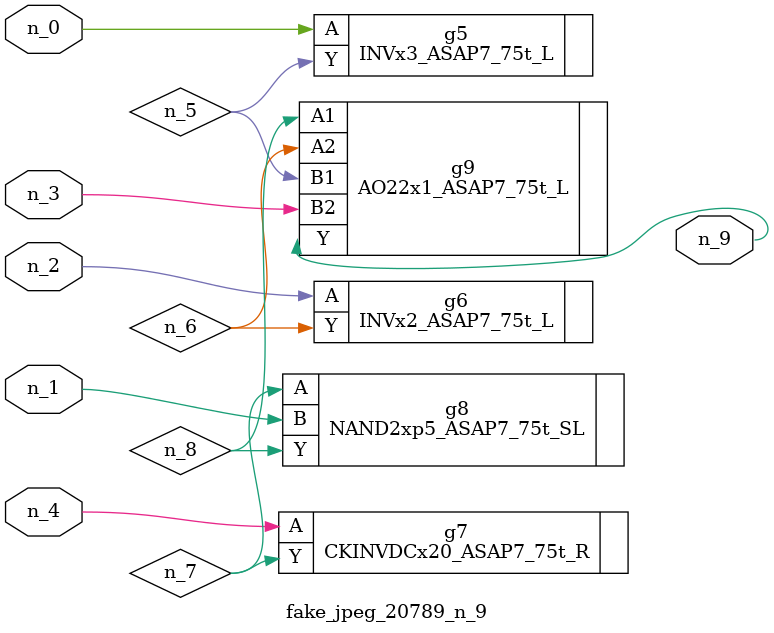
<source format=v>
module fake_jpeg_20789_n_9 (n_3, n_2, n_1, n_0, n_4, n_9);

input n_3;
input n_2;
input n_1;
input n_0;
input n_4;

output n_9;

wire n_8;
wire n_6;
wire n_5;
wire n_7;

INVx3_ASAP7_75t_L g5 ( 
.A(n_0),
.Y(n_5)
);

INVx2_ASAP7_75t_L g6 ( 
.A(n_2),
.Y(n_6)
);

CKINVDCx20_ASAP7_75t_R g7 ( 
.A(n_4),
.Y(n_7)
);

NAND2xp5_ASAP7_75t_SL g8 ( 
.A(n_7),
.B(n_1),
.Y(n_8)
);

AO22x1_ASAP7_75t_L g9 ( 
.A1(n_8),
.A2(n_6),
.B1(n_5),
.B2(n_3),
.Y(n_9)
);


endmodule
</source>
